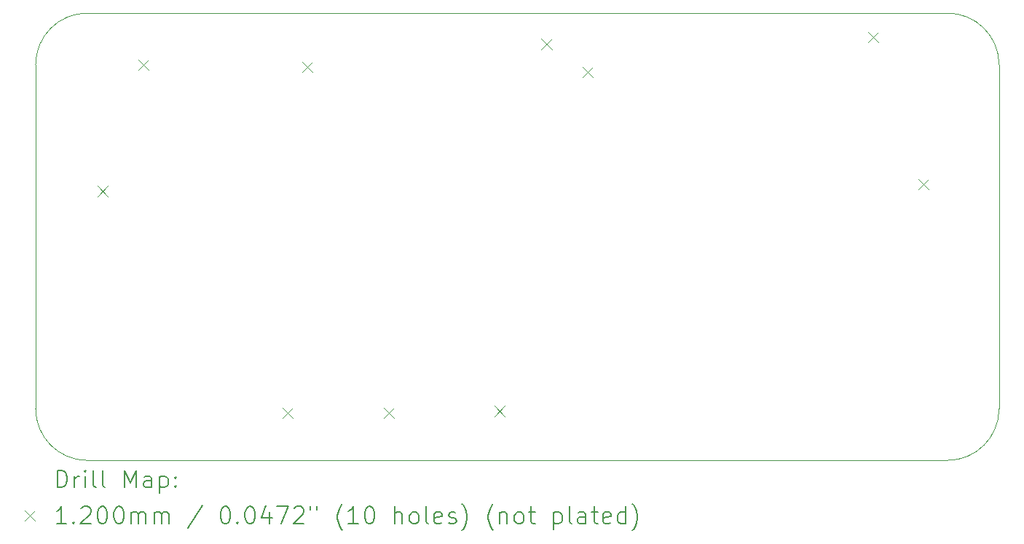
<source format=gbr>
%TF.GenerationSoftware,KiCad,Pcbnew,(6.0.7-1)-1*%
%TF.CreationDate,2022-10-27T13:07:48+02:00*%
%TF.ProjectId,Beerator,42656572-6174-46f7-922e-6b696361645f,rev?*%
%TF.SameCoordinates,Original*%
%TF.FileFunction,Drillmap*%
%TF.FilePolarity,Positive*%
%FSLAX45Y45*%
G04 Gerber Fmt 4.5, Leading zero omitted, Abs format (unit mm)*
G04 Created by KiCad (PCBNEW (6.0.7-1)-1) date 2022-10-27 13:07:48*
%MOMM*%
%LPD*%
G01*
G04 APERTURE LIST*
%ADD10C,0.100000*%
%ADD11C,0.200000*%
%ADD12C,0.120000*%
G04 APERTURE END LIST*
D10*
X15000000Y-9600000D02*
X5000000Y-9600000D01*
X4400000Y-9000000D02*
X4400000Y-5000000D01*
X5000000Y-4400000D02*
G75*
G03*
X4400000Y-5000000I0J-600000D01*
G01*
X5000000Y-4400000D02*
X15000000Y-4400000D01*
X15000000Y-9600000D02*
G75*
G03*
X15600000Y-9000000I0J600000D01*
G01*
X15600000Y-5000000D02*
X15600000Y-9000000D01*
X4400000Y-9000000D02*
G75*
G03*
X5000000Y-9600000I600000J0D01*
G01*
X15600000Y-5000000D02*
G75*
G03*
X15000000Y-4400000I-600000J0D01*
G01*
D11*
D12*
X5120000Y-6410000D02*
X5240000Y-6530000D01*
X5240000Y-6410000D02*
X5120000Y-6530000D01*
X5590000Y-4940000D02*
X5710000Y-5060000D01*
X5710000Y-4940000D02*
X5590000Y-5060000D01*
X7270000Y-8987500D02*
X7390000Y-9107500D01*
X7390000Y-8987500D02*
X7270000Y-9107500D01*
X7500000Y-4967500D02*
X7620000Y-5087500D01*
X7620000Y-4967500D02*
X7500000Y-5087500D01*
X8450000Y-8987500D02*
X8570000Y-9107500D01*
X8570000Y-8987500D02*
X8450000Y-9107500D01*
X9735000Y-8967500D02*
X9855000Y-9087500D01*
X9855000Y-8967500D02*
X9735000Y-9087500D01*
X10280000Y-4700000D02*
X10400000Y-4820000D01*
X10400000Y-4700000D02*
X10280000Y-4820000D01*
X10760000Y-5027500D02*
X10880000Y-5147500D01*
X10880000Y-5027500D02*
X10760000Y-5147500D01*
X14080000Y-4620000D02*
X14200000Y-4740000D01*
X14200000Y-4620000D02*
X14080000Y-4740000D01*
X14662000Y-6327500D02*
X14782000Y-6447500D01*
X14782000Y-6327500D02*
X14662000Y-6447500D01*
D11*
X4652619Y-9915476D02*
X4652619Y-9715476D01*
X4700238Y-9715476D01*
X4728810Y-9725000D01*
X4747857Y-9744048D01*
X4757381Y-9763095D01*
X4766905Y-9801190D01*
X4766905Y-9829762D01*
X4757381Y-9867857D01*
X4747857Y-9886905D01*
X4728810Y-9905952D01*
X4700238Y-9915476D01*
X4652619Y-9915476D01*
X4852619Y-9915476D02*
X4852619Y-9782143D01*
X4852619Y-9820238D02*
X4862143Y-9801190D01*
X4871667Y-9791667D01*
X4890714Y-9782143D01*
X4909762Y-9782143D01*
X4976429Y-9915476D02*
X4976429Y-9782143D01*
X4976429Y-9715476D02*
X4966905Y-9725000D01*
X4976429Y-9734524D01*
X4985952Y-9725000D01*
X4976429Y-9715476D01*
X4976429Y-9734524D01*
X5100238Y-9915476D02*
X5081190Y-9905952D01*
X5071667Y-9886905D01*
X5071667Y-9715476D01*
X5205000Y-9915476D02*
X5185952Y-9905952D01*
X5176429Y-9886905D01*
X5176429Y-9715476D01*
X5433571Y-9915476D02*
X5433571Y-9715476D01*
X5500238Y-9858333D01*
X5566905Y-9715476D01*
X5566905Y-9915476D01*
X5747857Y-9915476D02*
X5747857Y-9810714D01*
X5738333Y-9791667D01*
X5719286Y-9782143D01*
X5681190Y-9782143D01*
X5662143Y-9791667D01*
X5747857Y-9905952D02*
X5728809Y-9915476D01*
X5681190Y-9915476D01*
X5662143Y-9905952D01*
X5652619Y-9886905D01*
X5652619Y-9867857D01*
X5662143Y-9848810D01*
X5681190Y-9839286D01*
X5728809Y-9839286D01*
X5747857Y-9829762D01*
X5843095Y-9782143D02*
X5843095Y-9982143D01*
X5843095Y-9791667D02*
X5862143Y-9782143D01*
X5900238Y-9782143D01*
X5919286Y-9791667D01*
X5928809Y-9801190D01*
X5938333Y-9820238D01*
X5938333Y-9877381D01*
X5928809Y-9896429D01*
X5919286Y-9905952D01*
X5900238Y-9915476D01*
X5862143Y-9915476D01*
X5843095Y-9905952D01*
X6024048Y-9896429D02*
X6033571Y-9905952D01*
X6024048Y-9915476D01*
X6014524Y-9905952D01*
X6024048Y-9896429D01*
X6024048Y-9915476D01*
X6024048Y-9791667D02*
X6033571Y-9801190D01*
X6024048Y-9810714D01*
X6014524Y-9801190D01*
X6024048Y-9791667D01*
X6024048Y-9810714D01*
D12*
X4275000Y-10185000D02*
X4395000Y-10305000D01*
X4395000Y-10185000D02*
X4275000Y-10305000D01*
D11*
X4757381Y-10335476D02*
X4643095Y-10335476D01*
X4700238Y-10335476D02*
X4700238Y-10135476D01*
X4681190Y-10164048D01*
X4662143Y-10183095D01*
X4643095Y-10192619D01*
X4843095Y-10316429D02*
X4852619Y-10325952D01*
X4843095Y-10335476D01*
X4833571Y-10325952D01*
X4843095Y-10316429D01*
X4843095Y-10335476D01*
X4928810Y-10154524D02*
X4938333Y-10145000D01*
X4957381Y-10135476D01*
X5005000Y-10135476D01*
X5024048Y-10145000D01*
X5033571Y-10154524D01*
X5043095Y-10173571D01*
X5043095Y-10192619D01*
X5033571Y-10221190D01*
X4919286Y-10335476D01*
X5043095Y-10335476D01*
X5166905Y-10135476D02*
X5185952Y-10135476D01*
X5205000Y-10145000D01*
X5214524Y-10154524D01*
X5224048Y-10173571D01*
X5233571Y-10211667D01*
X5233571Y-10259286D01*
X5224048Y-10297381D01*
X5214524Y-10316429D01*
X5205000Y-10325952D01*
X5185952Y-10335476D01*
X5166905Y-10335476D01*
X5147857Y-10325952D01*
X5138333Y-10316429D01*
X5128810Y-10297381D01*
X5119286Y-10259286D01*
X5119286Y-10211667D01*
X5128810Y-10173571D01*
X5138333Y-10154524D01*
X5147857Y-10145000D01*
X5166905Y-10135476D01*
X5357381Y-10135476D02*
X5376429Y-10135476D01*
X5395476Y-10145000D01*
X5405000Y-10154524D01*
X5414524Y-10173571D01*
X5424048Y-10211667D01*
X5424048Y-10259286D01*
X5414524Y-10297381D01*
X5405000Y-10316429D01*
X5395476Y-10325952D01*
X5376429Y-10335476D01*
X5357381Y-10335476D01*
X5338333Y-10325952D01*
X5328810Y-10316429D01*
X5319286Y-10297381D01*
X5309762Y-10259286D01*
X5309762Y-10211667D01*
X5319286Y-10173571D01*
X5328810Y-10154524D01*
X5338333Y-10145000D01*
X5357381Y-10135476D01*
X5509762Y-10335476D02*
X5509762Y-10202143D01*
X5509762Y-10221190D02*
X5519286Y-10211667D01*
X5538333Y-10202143D01*
X5566905Y-10202143D01*
X5585952Y-10211667D01*
X5595476Y-10230714D01*
X5595476Y-10335476D01*
X5595476Y-10230714D02*
X5605000Y-10211667D01*
X5624048Y-10202143D01*
X5652619Y-10202143D01*
X5671667Y-10211667D01*
X5681190Y-10230714D01*
X5681190Y-10335476D01*
X5776428Y-10335476D02*
X5776428Y-10202143D01*
X5776428Y-10221190D02*
X5785952Y-10211667D01*
X5805000Y-10202143D01*
X5833571Y-10202143D01*
X5852619Y-10211667D01*
X5862143Y-10230714D01*
X5862143Y-10335476D01*
X5862143Y-10230714D02*
X5871667Y-10211667D01*
X5890714Y-10202143D01*
X5919286Y-10202143D01*
X5938333Y-10211667D01*
X5947857Y-10230714D01*
X5947857Y-10335476D01*
X6338333Y-10125952D02*
X6166905Y-10383095D01*
X6595476Y-10135476D02*
X6614524Y-10135476D01*
X6633571Y-10145000D01*
X6643095Y-10154524D01*
X6652619Y-10173571D01*
X6662143Y-10211667D01*
X6662143Y-10259286D01*
X6652619Y-10297381D01*
X6643095Y-10316429D01*
X6633571Y-10325952D01*
X6614524Y-10335476D01*
X6595476Y-10335476D01*
X6576428Y-10325952D01*
X6566905Y-10316429D01*
X6557381Y-10297381D01*
X6547857Y-10259286D01*
X6547857Y-10211667D01*
X6557381Y-10173571D01*
X6566905Y-10154524D01*
X6576428Y-10145000D01*
X6595476Y-10135476D01*
X6747857Y-10316429D02*
X6757381Y-10325952D01*
X6747857Y-10335476D01*
X6738333Y-10325952D01*
X6747857Y-10316429D01*
X6747857Y-10335476D01*
X6881190Y-10135476D02*
X6900238Y-10135476D01*
X6919286Y-10145000D01*
X6928809Y-10154524D01*
X6938333Y-10173571D01*
X6947857Y-10211667D01*
X6947857Y-10259286D01*
X6938333Y-10297381D01*
X6928809Y-10316429D01*
X6919286Y-10325952D01*
X6900238Y-10335476D01*
X6881190Y-10335476D01*
X6862143Y-10325952D01*
X6852619Y-10316429D01*
X6843095Y-10297381D01*
X6833571Y-10259286D01*
X6833571Y-10211667D01*
X6843095Y-10173571D01*
X6852619Y-10154524D01*
X6862143Y-10145000D01*
X6881190Y-10135476D01*
X7119286Y-10202143D02*
X7119286Y-10335476D01*
X7071667Y-10125952D02*
X7024048Y-10268810D01*
X7147857Y-10268810D01*
X7205000Y-10135476D02*
X7338333Y-10135476D01*
X7252619Y-10335476D01*
X7405000Y-10154524D02*
X7414524Y-10145000D01*
X7433571Y-10135476D01*
X7481190Y-10135476D01*
X7500238Y-10145000D01*
X7509762Y-10154524D01*
X7519286Y-10173571D01*
X7519286Y-10192619D01*
X7509762Y-10221190D01*
X7395476Y-10335476D01*
X7519286Y-10335476D01*
X7595476Y-10135476D02*
X7595476Y-10173571D01*
X7671667Y-10135476D02*
X7671667Y-10173571D01*
X7966905Y-10411667D02*
X7957381Y-10402143D01*
X7938333Y-10373571D01*
X7928809Y-10354524D01*
X7919286Y-10325952D01*
X7909762Y-10278333D01*
X7909762Y-10240238D01*
X7919286Y-10192619D01*
X7928809Y-10164048D01*
X7938333Y-10145000D01*
X7957381Y-10116429D01*
X7966905Y-10106905D01*
X8147857Y-10335476D02*
X8033571Y-10335476D01*
X8090714Y-10335476D02*
X8090714Y-10135476D01*
X8071667Y-10164048D01*
X8052619Y-10183095D01*
X8033571Y-10192619D01*
X8271667Y-10135476D02*
X8290714Y-10135476D01*
X8309762Y-10145000D01*
X8319286Y-10154524D01*
X8328809Y-10173571D01*
X8338333Y-10211667D01*
X8338333Y-10259286D01*
X8328809Y-10297381D01*
X8319286Y-10316429D01*
X8309762Y-10325952D01*
X8290714Y-10335476D01*
X8271667Y-10335476D01*
X8252619Y-10325952D01*
X8243095Y-10316429D01*
X8233571Y-10297381D01*
X8224048Y-10259286D01*
X8224048Y-10211667D01*
X8233571Y-10173571D01*
X8243095Y-10154524D01*
X8252619Y-10145000D01*
X8271667Y-10135476D01*
X8576429Y-10335476D02*
X8576429Y-10135476D01*
X8662143Y-10335476D02*
X8662143Y-10230714D01*
X8652619Y-10211667D01*
X8633571Y-10202143D01*
X8605000Y-10202143D01*
X8585952Y-10211667D01*
X8576429Y-10221190D01*
X8785952Y-10335476D02*
X8766905Y-10325952D01*
X8757381Y-10316429D01*
X8747857Y-10297381D01*
X8747857Y-10240238D01*
X8757381Y-10221190D01*
X8766905Y-10211667D01*
X8785952Y-10202143D01*
X8814524Y-10202143D01*
X8833571Y-10211667D01*
X8843095Y-10221190D01*
X8852619Y-10240238D01*
X8852619Y-10297381D01*
X8843095Y-10316429D01*
X8833571Y-10325952D01*
X8814524Y-10335476D01*
X8785952Y-10335476D01*
X8966905Y-10335476D02*
X8947857Y-10325952D01*
X8938333Y-10306905D01*
X8938333Y-10135476D01*
X9119286Y-10325952D02*
X9100238Y-10335476D01*
X9062143Y-10335476D01*
X9043095Y-10325952D01*
X9033571Y-10306905D01*
X9033571Y-10230714D01*
X9043095Y-10211667D01*
X9062143Y-10202143D01*
X9100238Y-10202143D01*
X9119286Y-10211667D01*
X9128810Y-10230714D01*
X9128810Y-10249762D01*
X9033571Y-10268810D01*
X9205000Y-10325952D02*
X9224048Y-10335476D01*
X9262143Y-10335476D01*
X9281190Y-10325952D01*
X9290714Y-10306905D01*
X9290714Y-10297381D01*
X9281190Y-10278333D01*
X9262143Y-10268810D01*
X9233571Y-10268810D01*
X9214524Y-10259286D01*
X9205000Y-10240238D01*
X9205000Y-10230714D01*
X9214524Y-10211667D01*
X9233571Y-10202143D01*
X9262143Y-10202143D01*
X9281190Y-10211667D01*
X9357381Y-10411667D02*
X9366905Y-10402143D01*
X9385952Y-10373571D01*
X9395476Y-10354524D01*
X9405000Y-10325952D01*
X9414524Y-10278333D01*
X9414524Y-10240238D01*
X9405000Y-10192619D01*
X9395476Y-10164048D01*
X9385952Y-10145000D01*
X9366905Y-10116429D01*
X9357381Y-10106905D01*
X9719286Y-10411667D02*
X9709762Y-10402143D01*
X9690714Y-10373571D01*
X9681190Y-10354524D01*
X9671667Y-10325952D01*
X9662143Y-10278333D01*
X9662143Y-10240238D01*
X9671667Y-10192619D01*
X9681190Y-10164048D01*
X9690714Y-10145000D01*
X9709762Y-10116429D01*
X9719286Y-10106905D01*
X9795476Y-10202143D02*
X9795476Y-10335476D01*
X9795476Y-10221190D02*
X9805000Y-10211667D01*
X9824048Y-10202143D01*
X9852619Y-10202143D01*
X9871667Y-10211667D01*
X9881190Y-10230714D01*
X9881190Y-10335476D01*
X10005000Y-10335476D02*
X9985952Y-10325952D01*
X9976429Y-10316429D01*
X9966905Y-10297381D01*
X9966905Y-10240238D01*
X9976429Y-10221190D01*
X9985952Y-10211667D01*
X10005000Y-10202143D01*
X10033571Y-10202143D01*
X10052619Y-10211667D01*
X10062143Y-10221190D01*
X10071667Y-10240238D01*
X10071667Y-10297381D01*
X10062143Y-10316429D01*
X10052619Y-10325952D01*
X10033571Y-10335476D01*
X10005000Y-10335476D01*
X10128810Y-10202143D02*
X10205000Y-10202143D01*
X10157381Y-10135476D02*
X10157381Y-10306905D01*
X10166905Y-10325952D01*
X10185952Y-10335476D01*
X10205000Y-10335476D01*
X10424048Y-10202143D02*
X10424048Y-10402143D01*
X10424048Y-10211667D02*
X10443095Y-10202143D01*
X10481190Y-10202143D01*
X10500238Y-10211667D01*
X10509762Y-10221190D01*
X10519286Y-10240238D01*
X10519286Y-10297381D01*
X10509762Y-10316429D01*
X10500238Y-10325952D01*
X10481190Y-10335476D01*
X10443095Y-10335476D01*
X10424048Y-10325952D01*
X10633571Y-10335476D02*
X10614524Y-10325952D01*
X10605000Y-10306905D01*
X10605000Y-10135476D01*
X10795476Y-10335476D02*
X10795476Y-10230714D01*
X10785952Y-10211667D01*
X10766905Y-10202143D01*
X10728810Y-10202143D01*
X10709762Y-10211667D01*
X10795476Y-10325952D02*
X10776429Y-10335476D01*
X10728810Y-10335476D01*
X10709762Y-10325952D01*
X10700238Y-10306905D01*
X10700238Y-10287857D01*
X10709762Y-10268810D01*
X10728810Y-10259286D01*
X10776429Y-10259286D01*
X10795476Y-10249762D01*
X10862143Y-10202143D02*
X10938333Y-10202143D01*
X10890714Y-10135476D02*
X10890714Y-10306905D01*
X10900238Y-10325952D01*
X10919286Y-10335476D01*
X10938333Y-10335476D01*
X11081190Y-10325952D02*
X11062143Y-10335476D01*
X11024048Y-10335476D01*
X11005000Y-10325952D01*
X10995476Y-10306905D01*
X10995476Y-10230714D01*
X11005000Y-10211667D01*
X11024048Y-10202143D01*
X11062143Y-10202143D01*
X11081190Y-10211667D01*
X11090714Y-10230714D01*
X11090714Y-10249762D01*
X10995476Y-10268810D01*
X11262143Y-10335476D02*
X11262143Y-10135476D01*
X11262143Y-10325952D02*
X11243095Y-10335476D01*
X11205000Y-10335476D01*
X11185952Y-10325952D01*
X11176429Y-10316429D01*
X11166905Y-10297381D01*
X11166905Y-10240238D01*
X11176429Y-10221190D01*
X11185952Y-10211667D01*
X11205000Y-10202143D01*
X11243095Y-10202143D01*
X11262143Y-10211667D01*
X11338333Y-10411667D02*
X11347857Y-10402143D01*
X11366905Y-10373571D01*
X11376428Y-10354524D01*
X11385952Y-10325952D01*
X11395476Y-10278333D01*
X11395476Y-10240238D01*
X11385952Y-10192619D01*
X11376428Y-10164048D01*
X11366905Y-10145000D01*
X11347857Y-10116429D01*
X11338333Y-10106905D01*
M02*

</source>
